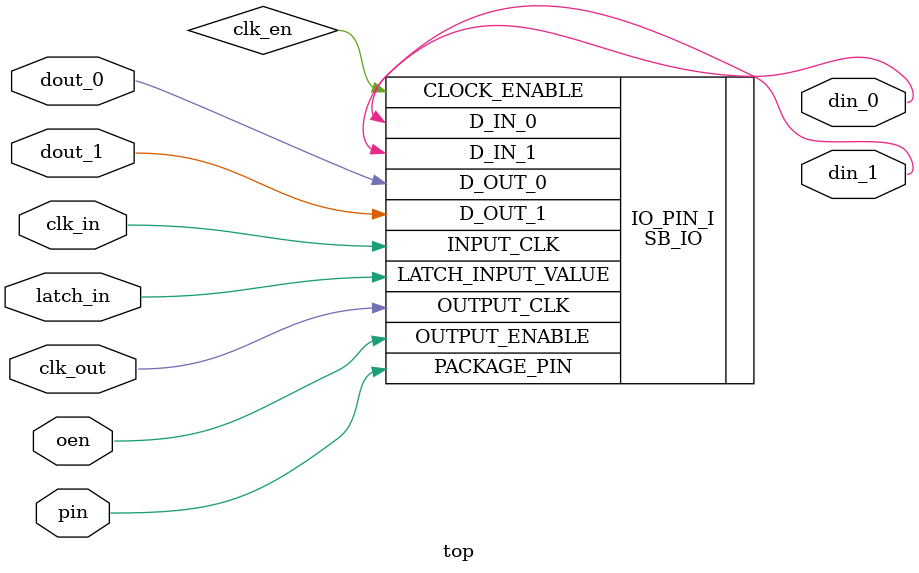
<source format=v>
`define CONN_INTERNAL_BITS

`define PINTYPE 6'b010000
`define IOSTANDARD "SB_LVDS_INPUT"

// The following IO standards are just aliases for SB_LVCMOS
// `define IOSTANDARD "SB_LVCMOS25_16"
// `define IOSTANDARD "SB_LVCMOS25_12"
// `define IOSTANDARD "SB_LVCMOS25_8"
// `define IOSTANDARD "SB_LVCMOS25_4"
// `define IOSTANDARD "SB_LVCMOS18_10"
// `define IOSTANDARD "SB_LVCMOS18_8"
// `define IOSTANDARD "SB_LVCMOS18_4"
// `define IOSTANDARD "SB_LVCMOS18_2"
// `define IOSTANDARD "SB_LVCMOS15_4"
// `define IOSTANDARD "SB_LVCMOS15_2"
// `define IOSTANDARD "SB_MDDR10"
// `define IOSTANDARD "SB_MDDR8"
// `define IOSTANDARD "SB_MDDR4"
// `define IOSTANDARD "SB_MDDR2"

`ifdef CONN_INTERNAL_BITS
module top (
	inout pin,
	input latch_in,
	input clk_in,
	input clk_out,
	input oen,
	input dout_0,
	input dout_1,
	output din_0,
	output din_1
);
`else
module top(pin);
	inout pin;
	wire latch_in = 0;
	wire clk_in = 0;
	wire clk_out = 0;
	wire oen = 0;
	wire dout_0 = 0;
	wire dout_1 = 0;
	wire din_0;
	wire din_1;
`endif
	SB_IO #(
		.PIN_TYPE(`PINTYPE),
		.PULLUP(1'b0),
		.NEG_TRIGGER(1'b0),
		.IO_STANDARD(`IOSTANDARD)
	) IO_PIN_I (
		.PACKAGE_PIN(pin),
		.LATCH_INPUT_VALUE(latch_in),
		.CLOCK_ENABLE(clk_en),
		.INPUT_CLK(clk_in),
		.OUTPUT_CLK(clk_out),
		.OUTPUT_ENABLE(oen),
		.D_OUT_0(dout_0),
		.D_OUT_1(dout_1),
		.D_IN_0(din_0),
		.D_IN_1(din_1)
	);
endmodule

</source>
